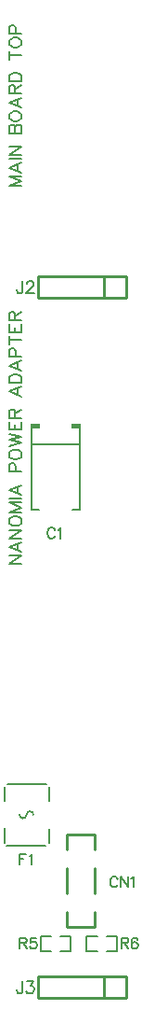
<source format=gto>
G04 Layer: TopSilkscreenLayer*
G04 Panelize: , Column: 8, Row: 1, Board Size: 15.24mm x 109.86mm, Panelized Board Size: 135.92mm x 109.86mm*
G04 EasyEDA v6.5.34, 2023-08-21 18:11:39*
G04 1bbcc5af6f6940b599c5f5a08724d265,5a6b42c53f6a479593ecc07194224c93,10*
G04 Gerber Generator version 0.2*
G04 Scale: 100 percent, Rotated: No, Reflected: No *
G04 Dimensions in millimeters *
G04 leading zeros omitted , absolute positions ,4 integer and 5 decimal *
%FSLAX45Y45*%
%MOMM*%

%ADD10C,0.2032*%
%ADD11C,0.1524*%
%ADD12C,0.1520*%
%ADD13C,0.2540*%

%LPD*%
D10*
X-159257Y3746500D02*
G01*
X-44704Y3746500D01*
X-159257Y3746500D02*
G01*
X-44704Y3790187D01*
X-159257Y3833876D02*
G01*
X-44704Y3790187D01*
X-159257Y3833876D02*
G01*
X-44704Y3833876D01*
X-159257Y3913378D02*
G01*
X-44704Y3869689D01*
X-159257Y3913378D02*
G01*
X-44704Y3957065D01*
X-82804Y3886200D02*
G01*
X-82804Y3940555D01*
X-159257Y3993134D02*
G01*
X-44704Y3993134D01*
X-159257Y4028947D02*
G01*
X-44704Y4028947D01*
X-159257Y4028947D02*
G01*
X-44704Y4105402D01*
X-159257Y4105402D02*
G01*
X-44704Y4105402D01*
X-159257Y4225289D02*
G01*
X-44704Y4225289D01*
X-159257Y4225289D02*
G01*
X-159257Y4274565D01*
X-153670Y4290821D01*
X-148336Y4296410D01*
X-137413Y4301744D01*
X-126492Y4301744D01*
X-115570Y4296410D01*
X-109981Y4290821D01*
X-104647Y4274565D01*
X-104647Y4225289D02*
G01*
X-104647Y4274565D01*
X-99313Y4290821D01*
X-93726Y4296410D01*
X-82804Y4301744D01*
X-66547Y4301744D01*
X-55626Y4296410D01*
X-50037Y4290821D01*
X-44704Y4274565D01*
X-44704Y4225289D01*
X-159257Y4370578D02*
G01*
X-153670Y4359655D01*
X-142747Y4348734D01*
X-131826Y4343145D01*
X-115570Y4337812D01*
X-88392Y4337812D01*
X-71881Y4343145D01*
X-60960Y4348734D01*
X-50037Y4359655D01*
X-44704Y4370578D01*
X-44704Y4392421D01*
X-50037Y4403344D01*
X-60960Y4414012D01*
X-71881Y4419600D01*
X-88392Y4424934D01*
X-115570Y4424934D01*
X-131826Y4419600D01*
X-142747Y4414012D01*
X-153670Y4403344D01*
X-159257Y4392421D01*
X-159257Y4370578D01*
X-159257Y4504689D02*
G01*
X-44704Y4461002D01*
X-159257Y4504689D02*
G01*
X-44704Y4548378D01*
X-82804Y4477512D02*
G01*
X-82804Y4531868D01*
X-159257Y4584192D02*
G01*
X-44704Y4584192D01*
X-159257Y4584192D02*
G01*
X-159257Y4633468D01*
X-153670Y4649723D01*
X-148336Y4655312D01*
X-137413Y4660645D01*
X-126492Y4660645D01*
X-115570Y4655312D01*
X-109981Y4649723D01*
X-104647Y4633468D01*
X-104647Y4584192D01*
X-104647Y4622545D02*
G01*
X-44704Y4660645D01*
X-159257Y4696713D02*
G01*
X-44704Y4696713D01*
X-159257Y4696713D02*
G01*
X-159257Y4734813D01*
X-153670Y4751323D01*
X-142747Y4762245D01*
X-131826Y4767579D01*
X-115570Y4773168D01*
X-88392Y4773168D01*
X-71881Y4767579D01*
X-60960Y4762245D01*
X-50037Y4751323D01*
X-44704Y4734813D01*
X-44704Y4696713D01*
X-159257Y4931155D02*
G01*
X-44704Y4931155D01*
X-159257Y4893055D02*
G01*
X-159257Y4969510D01*
X-159257Y5038089D02*
G01*
X-153670Y5027168D01*
X-142747Y5016245D01*
X-131826Y5010912D01*
X-115570Y5005323D01*
X-88392Y5005323D01*
X-71881Y5010912D01*
X-60960Y5016245D01*
X-50037Y5027168D01*
X-44704Y5038089D01*
X-44704Y5059934D01*
X-50037Y5070855D01*
X-60960Y5081778D01*
X-71881Y5087112D01*
X-88392Y5092700D01*
X-115570Y5092700D01*
X-131826Y5087112D01*
X-142747Y5081778D01*
X-153670Y5070855D01*
X-159257Y5059934D01*
X-159257Y5038089D01*
X-159257Y5128768D02*
G01*
X-44704Y5128768D01*
X-159257Y5128768D02*
G01*
X-159257Y5177789D01*
X-153670Y5194045D01*
X-148336Y5199634D01*
X-137413Y5204968D01*
X-120904Y5204968D01*
X-109981Y5199634D01*
X-104647Y5194045D01*
X-99313Y5177789D01*
X-99313Y5128768D01*
X-159189Y317500D02*
G01*
X-44645Y317500D01*
X-159189Y317500D02*
G01*
X-44645Y393862D01*
X-159189Y393862D02*
G01*
X-44645Y393862D01*
X-159189Y473499D02*
G01*
X-44645Y429864D01*
X-159189Y473499D02*
G01*
X-44645Y517136D01*
X-82826Y446227D02*
G01*
X-82826Y500771D01*
X-159189Y553135D02*
G01*
X-44645Y553135D01*
X-159189Y553135D02*
G01*
X-44645Y629498D01*
X-159189Y629498D02*
G01*
X-44645Y629498D01*
X-159189Y698225D02*
G01*
X-153736Y687316D01*
X-142826Y676409D01*
X-131917Y670953D01*
X-115554Y665500D01*
X-88282Y665500D01*
X-71917Y670953D01*
X-61008Y676409D01*
X-50098Y687316D01*
X-44645Y698225D01*
X-44645Y720044D01*
X-50098Y730953D01*
X-61008Y741862D01*
X-71917Y747316D01*
X-88282Y752772D01*
X-115554Y752772D01*
X-131917Y747316D01*
X-142826Y741862D01*
X-153736Y730953D01*
X-159189Y720044D01*
X-159189Y698225D01*
X-159189Y788771D02*
G01*
X-44645Y788771D01*
X-159189Y788771D02*
G01*
X-44645Y832408D01*
X-159189Y876043D02*
G01*
X-44645Y832408D01*
X-159189Y876043D02*
G01*
X-44645Y876043D01*
X-159189Y912045D02*
G01*
X-44645Y912045D01*
X-159189Y991679D02*
G01*
X-44645Y948044D01*
X-159189Y991679D02*
G01*
X-44645Y1035316D01*
X-82826Y964407D02*
G01*
X-82826Y1018954D01*
X-159189Y1155316D02*
G01*
X-44645Y1155316D01*
X-159189Y1155316D02*
G01*
X-159189Y1204407D01*
X-153736Y1220769D01*
X-148282Y1226225D01*
X-137373Y1231679D01*
X-121008Y1231679D01*
X-110098Y1226225D01*
X-104645Y1220769D01*
X-99189Y1204407D01*
X-99189Y1155316D01*
X-159189Y1300406D02*
G01*
X-153736Y1289497D01*
X-142826Y1278587D01*
X-131917Y1273134D01*
X-115554Y1267680D01*
X-88282Y1267680D01*
X-71917Y1273134D01*
X-61008Y1278587D01*
X-50098Y1289497D01*
X-44645Y1300406D01*
X-44645Y1322224D01*
X-50098Y1333134D01*
X-61008Y1344043D01*
X-71917Y1349496D01*
X-88282Y1354952D01*
X-115554Y1354952D01*
X-131917Y1349496D01*
X-142826Y1344043D01*
X-153736Y1333134D01*
X-159189Y1322224D01*
X-159189Y1300406D01*
X-159189Y1390952D02*
G01*
X-44645Y1418224D01*
X-159189Y1445498D02*
G01*
X-44645Y1418224D01*
X-159189Y1445498D02*
G01*
X-44645Y1472770D01*
X-159189Y1500042D02*
G01*
X-44645Y1472770D01*
X-159189Y1536042D02*
G01*
X-44645Y1536042D01*
X-159189Y1536042D02*
G01*
X-159189Y1606951D01*
X-104645Y1536042D02*
G01*
X-104645Y1579679D01*
X-44645Y1536042D02*
G01*
X-44645Y1606951D01*
X-159189Y1642950D02*
G01*
X-44645Y1642950D01*
X-159189Y1642950D02*
G01*
X-159189Y1692043D01*
X-153736Y1708406D01*
X-148282Y1713859D01*
X-137373Y1719315D01*
X-126464Y1719315D01*
X-115554Y1713859D01*
X-110098Y1708406D01*
X-104645Y1692043D01*
X-104645Y1642950D01*
X-104645Y1681134D02*
G01*
X-44645Y1719315D01*
X-159189Y1882950D02*
G01*
X-44645Y1839315D01*
X-159189Y1882950D02*
G01*
X-44645Y1926587D01*
X-82826Y1855678D02*
G01*
X-82826Y1910224D01*
X-159189Y1962586D02*
G01*
X-44645Y1962586D01*
X-159189Y1962586D02*
G01*
X-159189Y2000768D01*
X-153736Y2017133D01*
X-142826Y2028042D01*
X-131917Y2033496D01*
X-115554Y2038951D01*
X-88282Y2038951D01*
X-71917Y2033496D01*
X-61008Y2028042D01*
X-50098Y2017133D01*
X-44645Y2000768D01*
X-44645Y1962586D01*
X-159189Y2118586D02*
G01*
X-44645Y2074951D01*
X-159189Y2118586D02*
G01*
X-44645Y2162223D01*
X-82826Y2091314D02*
G01*
X-82826Y2145860D01*
X-159189Y2198222D02*
G01*
X-44645Y2198222D01*
X-159189Y2198222D02*
G01*
X-159189Y2247313D01*
X-153736Y2263678D01*
X-148282Y2269131D01*
X-137373Y2274587D01*
X-121008Y2274587D01*
X-110098Y2269131D01*
X-104645Y2263678D01*
X-99189Y2247313D01*
X-99189Y2198222D01*
X-159189Y2348768D02*
G01*
X-44645Y2348768D01*
X-159189Y2310587D02*
G01*
X-159189Y2386949D01*
X-159189Y2422949D02*
G01*
X-44645Y2422949D01*
X-159189Y2422949D02*
G01*
X-159189Y2493858D01*
X-104645Y2422949D02*
G01*
X-104645Y2466586D01*
X-44645Y2422949D02*
G01*
X-44645Y2493858D01*
X-159189Y2529860D02*
G01*
X-44645Y2529860D01*
X-159189Y2529860D02*
G01*
X-159189Y2578950D01*
X-153736Y2595313D01*
X-148282Y2600766D01*
X-137373Y2606222D01*
X-126464Y2606222D01*
X-115554Y2600766D01*
X-110098Y2595313D01*
X-104645Y2578950D01*
X-104645Y2529860D01*
X-104645Y2568041D02*
G01*
X-44645Y2606222D01*
D11*
X258566Y624326D02*
G01*
X254248Y633470D01*
X245104Y642360D01*
X235960Y646932D01*
X217672Y646932D01*
X208782Y642360D01*
X199638Y633470D01*
X195066Y624326D01*
X190494Y610610D01*
X190494Y588004D01*
X195066Y574288D01*
X199638Y565144D01*
X208782Y556000D01*
X217672Y551428D01*
X235960Y551428D01*
X245104Y556000D01*
X254248Y565144D01*
X258566Y574288D01*
X288792Y628898D02*
G01*
X297682Y633470D01*
X311398Y646932D01*
X311398Y551428D01*
X-63500Y-3074162D02*
G01*
X-63500Y-3169665D01*
X-63500Y-3074162D02*
G01*
X-22605Y-3074162D01*
X-8889Y-3078734D01*
X-4318Y-3083305D01*
X254Y-3092195D01*
X254Y-3101339D01*
X-4318Y-3110484D01*
X-8889Y-3115055D01*
X-22605Y-3119628D01*
X-63500Y-3119628D01*
X-31750Y-3119628D02*
G01*
X254Y-3169665D01*
X84581Y-3074162D02*
G01*
X39115Y-3074162D01*
X34797Y-3115055D01*
X39115Y-3110484D01*
X52831Y-3105912D01*
X66547Y-3105912D01*
X80010Y-3110484D01*
X89154Y-3119628D01*
X93726Y-3133089D01*
X93726Y-3142234D01*
X89154Y-3155950D01*
X80010Y-3165094D01*
X66547Y-3169665D01*
X52831Y-3169665D01*
X39115Y-3165094D01*
X34797Y-3160521D01*
X30226Y-3151378D01*
X863600Y-3074162D02*
G01*
X863600Y-3169665D01*
X863600Y-3074162D02*
G01*
X904493Y-3074162D01*
X918209Y-3078734D01*
X922781Y-3083305D01*
X927354Y-3092195D01*
X927354Y-3101339D01*
X922781Y-3110484D01*
X918209Y-3115055D01*
X904493Y-3119628D01*
X863600Y-3119628D01*
X895350Y-3119628D02*
G01*
X927354Y-3169665D01*
X1011681Y-3087623D02*
G01*
X1007109Y-3078734D01*
X993647Y-3074162D01*
X984504Y-3074162D01*
X970788Y-3078734D01*
X961897Y-3092195D01*
X957325Y-3115055D01*
X957325Y-3137662D01*
X961897Y-3155950D01*
X970788Y-3165094D01*
X984504Y-3169665D01*
X989075Y-3169665D01*
X1002791Y-3165094D01*
X1011681Y-3155950D01*
X1016254Y-3142234D01*
X1016254Y-3137662D01*
X1011681Y-3124200D01*
X1002791Y-3115055D01*
X989075Y-3110484D01*
X984504Y-3110484D01*
X970788Y-3115055D01*
X961897Y-3124200D01*
X957325Y-3137662D01*
X-63500Y-2312162D02*
G01*
X-63500Y-2407665D01*
X-63500Y-2312162D02*
G01*
X-4318Y-2312162D01*
X-63500Y-2357628D02*
G01*
X-27178Y-2357628D01*
X25654Y-2330195D02*
G01*
X34797Y-2325623D01*
X48260Y-2312162D01*
X48260Y-2407665D01*
X-36829Y-3466076D02*
G01*
X-36829Y-3549134D01*
X-42163Y-3564882D01*
X-47244Y-3569962D01*
X-57657Y-3575042D01*
X-68071Y-3575042D01*
X-78486Y-3569962D01*
X-83820Y-3564882D01*
X-88900Y-3549134D01*
X-88900Y-3538720D01*
X7620Y-3466076D02*
G01*
X64770Y-3466076D01*
X33781Y-3507732D01*
X49276Y-3507732D01*
X59689Y-3512812D01*
X64770Y-3517892D01*
X70104Y-3533640D01*
X70104Y-3544054D01*
X64770Y-3559548D01*
X54610Y-3569962D01*
X38862Y-3575042D01*
X23368Y-3575042D01*
X7620Y-3569962D01*
X2539Y-3564882D01*
X-2539Y-3554468D01*
X-37007Y2883910D02*
G01*
X-37007Y2800852D01*
X-42087Y2785104D01*
X-47421Y2780024D01*
X-57835Y2774944D01*
X-67995Y2774944D01*
X-78409Y2780024D01*
X-83743Y2785104D01*
X-88823Y2800852D01*
X-88823Y2811266D01*
X2616Y2858002D02*
G01*
X2616Y2863082D01*
X7696Y2873496D01*
X13030Y2878830D01*
X23444Y2883910D01*
X44018Y2883910D01*
X54432Y2878830D01*
X59766Y2873496D01*
X64846Y2863082D01*
X64846Y2852668D01*
X59766Y2842254D01*
X49352Y2826760D01*
X-2717Y2774944D01*
X70180Y2774944D01*
X830072Y-2537968D02*
G01*
X825754Y-2528823D01*
X816609Y-2519934D01*
X807465Y-2515362D01*
X789177Y-2515362D01*
X780288Y-2519934D01*
X771143Y-2528823D01*
X766572Y-2537968D01*
X762000Y-2551684D01*
X762000Y-2574289D01*
X766572Y-2588005D01*
X771143Y-2597150D01*
X780288Y-2606294D01*
X789177Y-2610865D01*
X807465Y-2610865D01*
X816609Y-2606294D01*
X825754Y-2597150D01*
X830072Y-2588005D01*
X860297Y-2515362D02*
G01*
X860297Y-2610865D01*
X860297Y-2515362D02*
G01*
X923797Y-2610865D01*
X923797Y-2515362D02*
G01*
X923797Y-2610865D01*
X953770Y-2533395D02*
G01*
X962913Y-2528823D01*
X976629Y-2515362D01*
X976629Y-2610865D01*
G36*
X36474Y1591818D02*
G01*
X36474Y1546098D01*
X121869Y1546098D01*
X121869Y1591818D01*
G37*
G36*
X411530Y1591818D02*
G01*
X411530Y1546098D01*
X496925Y1546098D01*
X496925Y1591818D01*
G37*
X44079Y808476D02*
G01*
X44079Y1553723D01*
X489320Y808476D02*
G01*
X489320Y1553723D01*
X44079Y1401526D02*
G01*
X489320Y1401526D01*
X44079Y808476D02*
G01*
X116781Y808476D01*
X489320Y808476D02*
G01*
X416618Y808476D01*
X309321Y-3190260D02*
G01*
X405208Y-3190260D01*
X405208Y-3058139D01*
X309321Y-3058139D01*
X224078Y-3190260D02*
G01*
X128191Y-3190260D01*
X128191Y-3058139D01*
X224078Y-3058139D01*
X728421Y-3190260D02*
G01*
X824308Y-3190260D01*
X824308Y-3058139D01*
X728421Y-3058139D01*
X643178Y-3190260D02*
G01*
X547291Y-3190260D01*
X547291Y-3058139D01*
X643178Y-3058139D01*
D12*
X-179776Y-2235200D02*
G01*
X175823Y-2235200D01*
X-177800Y-1676400D02*
G01*
X177800Y-1676400D01*
D11*
X203200Y-2082800D02*
G01*
X203200Y-2209800D01*
X203200Y-1828800D02*
G01*
X203200Y-1701800D01*
X-203200Y-2209800D02*
G01*
X-203200Y-2079294D01*
X-203200Y-1701800D02*
G01*
X-203200Y-1828800D01*
D13*
X704900Y-3619492D02*
G01*
X704900Y-3428992D01*
X907999Y-3617892D02*
G01*
X108000Y-3617892D01*
X108000Y-3417892D01*
X907999Y-3417892D01*
X907999Y-3617892D01*
X704900Y2730494D02*
G01*
X704900Y2920994D01*
X907999Y2732095D02*
G01*
X108000Y2732095D01*
X108000Y2932094D01*
X907999Y2932094D01*
X907999Y2732095D01*
X367301Y-2135715D02*
G01*
X623298Y-2135713D01*
X623298Y-2969709D02*
G01*
X367299Y-2969709D01*
X367301Y-2969709D02*
G01*
X367301Y-2835902D01*
X367301Y-2669522D02*
G01*
X367301Y-2435903D01*
X367301Y-2269523D02*
G01*
X367301Y-2135715D01*
X623300Y-2969709D02*
G01*
X623300Y-2835907D01*
X623300Y-2669517D02*
G01*
X623300Y-2435908D01*
X623300Y-2269517D02*
G01*
X623300Y-2135713D01*
D12*
G75*
G01*
X0Y-1955800D02*
G02*
X63500Y-1955800I31750J0D01*
G75*
G01*
X0Y-1955800D02*
G02*
X-63500Y-1955800I-31750J0D01*
M02*

</source>
